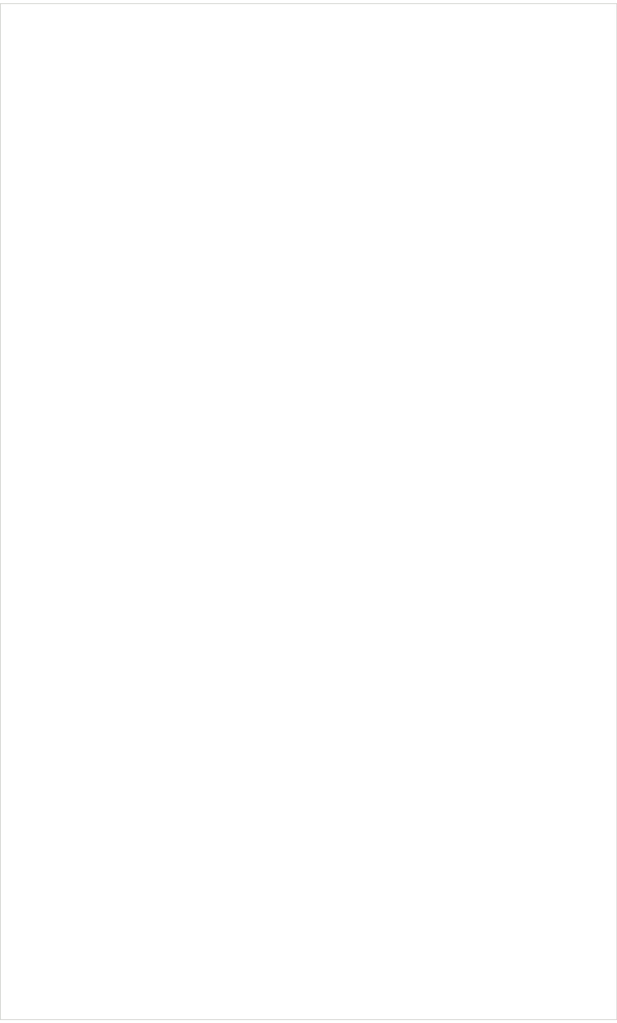
<source format=kicad_pcb>
(kicad_pcb (version 20211014) (generator pcbnew)
  (layers (0 "F.Cu" signal) (31 "B.Cu" signal) (34 "B.Paste" user) (35 "F.Paste" user) (36 "B.SilkS" user "B.Silkscreen") (37 "F.SilkS" user "F.Silkscreen") (38 "B.Mask" user) (39 "F.Mask" user) (44 "Edge.Cuts" user))
  (net 0 "")
  (footprint "MountingHole:MountingHole_3.2mm_M3" (layer "F.Cu") (at 7.5 130.35)
    (fp_text reference "REF**" hide)
    (fp_text value "MountingHole_3.2mm_M3" hide)
    (pad "" np_thru_hole oval locked (at 0 0) (size 7 3.2) (drill oval 7 3.2) (layers F&B.Cu *.Mask))
  )
  (footprint "MountingHole:MountingHole_3.2mm_M3" (layer "F.Cu") (at 73.54 130.35)
    (fp_text reference "REF**" hide)
    (fp_text value "MountingHole_3.2mm_M3" hide)
    (pad "" np_thru_hole oval locked (at 0 0) (size 7 3.2) (drill oval 7 3.2) (layers F&B.Cu *.Mask))
  )
  (footprint "MountingHole:MountingHole_3.2mm_M3" (layer "F.Cu") (at 73.54 3)
    (fp_text reference "REF**" hide)
    (fp_text value "MountingHole_3.2mm_M3" hide)
    (pad "" np_thru_hole oval locked (at 0 0) (size 7 3.2) (drill oval 7 3.2) (layers F&B.Cu *.Mask))
  )
  (footprint "MountingHole:MountingHole_3.2mm_M3" (layer "F.Cu") (at 7.5 3)
    (fp_text reference "REF**" hide)
    (fp_text value "MountingHole_3.2mm_M3" hide)
    (pad "" np_thru_hole oval locked (at 0 0) (size 7 3.2) (drill oval 7 3.2) (layers F&B.Cu *.Mask))
  )
  (gr_line (start 80.9 0) (end 80.9 133.35) (layer "Edge.Cuts") (width 0.1))
  (gr_line (start 0 133.35) (end 0 0) (layer "Edge.Cuts") (width 0.1))
  (gr_line (start 0 0) (end 80.9 0) (layer "Edge.Cuts") (width 0.1))
  (gr_line (start 80.9 133.35) (end 0 133.35) (layer "Edge.Cuts") (width 0.1))
)
</source>
